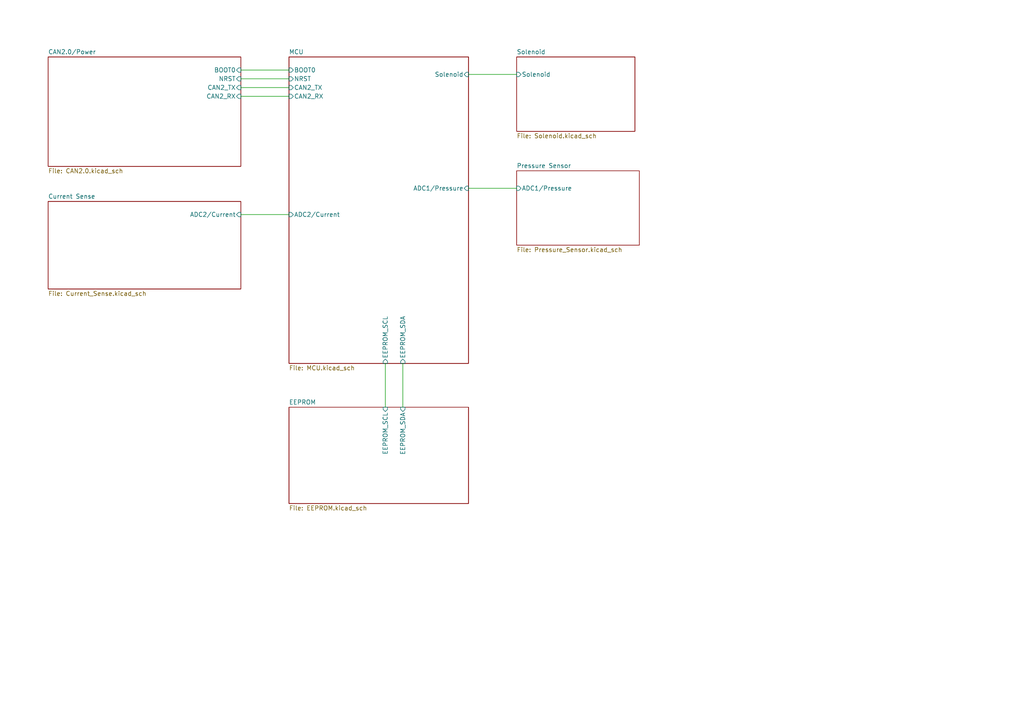
<source format=kicad_sch>
(kicad_sch
	(version 20250114)
	(generator "eeschema")
	(generator_version "9.0")
	(uuid "a6f3a972-4b98-4ef5-94a6-5eec20dfd371")
	(paper "A4")
	(lib_symbols)
	(wire
		(pts
			(xy 69.85 62.23) (xy 83.82 62.23)
		)
		(stroke
			(width 0)
			(type default)
		)
		(uuid "11b2671e-7dd3-4f25-9a1f-8e9041681299")
	)
	(wire
		(pts
			(xy 69.85 20.32) (xy 83.82 20.32)
		)
		(stroke
			(width 0)
			(type default)
		)
		(uuid "3b250a5a-e6b6-4486-b4b9-eeac9c432226")
	)
	(wire
		(pts
			(xy 69.85 27.94) (xy 83.82 27.94)
		)
		(stroke
			(width 0)
			(type default)
		)
		(uuid "3cf76cc3-57de-4924-a410-ba7072d38337")
	)
	(wire
		(pts
			(xy 111.76 105.41) (xy 111.76 118.11)
		)
		(stroke
			(width 0)
			(type default)
		)
		(uuid "67ca9bf8-0aeb-4fcf-8192-51cc9c0f767b")
	)
	(wire
		(pts
			(xy 69.85 25.4) (xy 83.82 25.4)
		)
		(stroke
			(width 0)
			(type default)
		)
		(uuid "82e8521d-07b9-40bd-82ed-3933eee79682")
	)
	(wire
		(pts
			(xy 135.89 21.59) (xy 149.86 21.59)
		)
		(stroke
			(width 0)
			(type default)
		)
		(uuid "92949dd3-b677-424a-89b4-496241b8bcb4")
	)
	(wire
		(pts
			(xy 116.84 105.41) (xy 116.84 118.11)
		)
		(stroke
			(width 0)
			(type default)
		)
		(uuid "a4f128fa-4f42-4383-8da2-5cab77bfbcb3")
	)
	(wire
		(pts
			(xy 135.89 54.61) (xy 149.86 54.61)
		)
		(stroke
			(width 0)
			(type default)
		)
		(uuid "c835a1da-36ee-42b0-b0b6-ece4ab23614c")
	)
	(wire
		(pts
			(xy 69.85 22.86) (xy 83.82 22.86)
		)
		(stroke
			(width 0)
			(type default)
		)
		(uuid "d09948f3-2af5-4605-ad43-70e34943bd2a")
	)
	(sheet
		(at 13.97 58.42)
		(size 55.88 25.4)
		(exclude_from_sim no)
		(in_bom yes)
		(on_board yes)
		(dnp no)
		(fields_autoplaced yes)
		(stroke
			(width 0.1524)
			(type solid)
		)
		(fill
			(color 0 0 0 0.0000)
		)
		(uuid "2ebcb54f-9ecb-4888-9feb-5883a77ef194")
		(property "Sheetname" "Current Sense"
			(at 13.97 57.7084 0)
			(effects
				(font
					(size 1.27 1.27)
				)
				(justify left bottom)
			)
		)
		(property "Sheetfile" "Current_Sense.kicad_sch"
			(at 13.97 84.4046 0)
			(effects
				(font
					(size 1.27 1.27)
				)
				(justify left top)
			)
		)
		(pin "ADC2{slash}Current" input
			(at 69.85 62.23 0)
			(uuid "080a8cd8-ab98-4276-91cd-cd2765d4e2ec")
			(effects
				(font
					(size 1.27 1.27)
				)
				(justify right)
			)
		)
		(instances
			(project "Cain_V1.0"
				(path "/a6f3a972-4b98-4ef5-94a6-5eec20dfd371"
					(page "7")
				)
			)
		)
	)
	(sheet
		(at 149.86 16.51)
		(size 34.29 21.59)
		(exclude_from_sim no)
		(in_bom yes)
		(on_board yes)
		(dnp no)
		(fields_autoplaced yes)
		(stroke
			(width 0.1524)
			(type solid)
		)
		(fill
			(color 0 0 0 0.0000)
		)
		(uuid "700b0411-a285-4288-9249-7ca4bfff729e")
		(property "Sheetname" "Solenoid"
			(at 149.86 15.7984 0)
			(effects
				(font
					(size 1.27 1.27)
				)
				(justify left bottom)
			)
		)
		(property "Sheetfile" "Solenoid.kicad_sch"
			(at 149.86 38.6846 0)
			(effects
				(font
					(size 1.27 1.27)
				)
				(justify left top)
			)
		)
		(pin "Solenoid" input
			(at 149.86 21.59 180)
			(uuid "ecd45fe6-2722-4144-8fb4-bca77edfcba4")
			(effects
				(font
					(size 1.27 1.27)
				)
				(justify left)
			)
		)
		(instances
			(project "Cain_V1.0"
				(path "/a6f3a972-4b98-4ef5-94a6-5eec20dfd371"
					(page "4")
				)
			)
		)
	)
	(sheet
		(at 83.82 118.11)
		(size 52.07 27.94)
		(exclude_from_sim no)
		(in_bom yes)
		(on_board yes)
		(dnp no)
		(fields_autoplaced yes)
		(stroke
			(width 0.1524)
			(type solid)
		)
		(fill
			(color 0 0 0 0.0000)
		)
		(uuid "7a41e948-753a-42e6-b4cc-adeefe44f3c2")
		(property "Sheetname" "EEPROM"
			(at 83.82 117.3984 0)
			(effects
				(font
					(size 1.27 1.27)
				)
				(justify left bottom)
			)
		)
		(property "Sheetfile" "EEPROM.kicad_sch"
			(at 83.82 146.6346 0)
			(effects
				(font
					(size 1.27 1.27)
				)
				(justify left top)
			)
		)
		(pin "EEPROM_SCL" input
			(at 111.76 118.11 90)
			(uuid "ccd00b4b-06ab-40c5-83a8-ea16305342d3")
			(effects
				(font
					(size 1.27 1.27)
				)
				(justify right)
			)
		)
		(pin "EEPROM_SDA" input
			(at 116.84 118.11 90)
			(uuid "b83283aa-007c-41f1-b127-bb67036ce159")
			(effects
				(font
					(size 1.27 1.27)
				)
				(justify right)
			)
		)
		(instances
			(project "Cain_V1.0"
				(path "/a6f3a972-4b98-4ef5-94a6-5eec20dfd371"
					(page "6")
				)
			)
		)
	)
	(sheet
		(at 83.82 16.51)
		(size 52.07 88.9)
		(exclude_from_sim no)
		(in_bom yes)
		(on_board yes)
		(dnp no)
		(fields_autoplaced yes)
		(stroke
			(width 0.1524)
			(type solid)
		)
		(fill
			(color 0 0 0 0.0000)
		)
		(uuid "8548d8a1-f30f-4404-ac5e-05de01248d12")
		(property "Sheetname" "MCU"
			(at 83.82 15.7984 0)
			(effects
				(font
					(size 1.27 1.27)
				)
				(justify left bottom)
			)
		)
		(property "Sheetfile" "MCU.kicad_sch"
			(at 83.82 105.9946 0)
			(effects
				(font
					(size 1.27 1.27)
				)
				(justify left top)
			)
		)
		(pin "BOOT0" input
			(at 83.82 20.32 180)
			(uuid "b17aa2c5-1a42-47c3-a285-60c8254ebbf5")
			(effects
				(font
					(size 1.27 1.27)
				)
				(justify left)
			)
		)
		(pin "CAN2_RX" input
			(at 83.82 27.94 180)
			(uuid "0852e7ff-2f3a-4498-9778-dd2e4669ed21")
			(effects
				(font
					(size 1.27 1.27)
				)
				(justify left)
			)
		)
		(pin "CAN2_TX" input
			(at 83.82 25.4 180)
			(uuid "01266ec4-e501-4e32-9a09-fca9a901726b")
			(effects
				(font
					(size 1.27 1.27)
				)
				(justify left)
			)
		)
		(pin "NRST" input
			(at 83.82 22.86 180)
			(uuid "f0c9b82d-0719-40e6-8305-9ed5efdf45dc")
			(effects
				(font
					(size 1.27 1.27)
				)
				(justify left)
			)
		)
		(pin "EEPROM_SCL" input
			(at 111.76 105.41 270)
			(uuid "ef7392f6-d6f4-4a07-95d3-49d0a6443a68")
			(effects
				(font
					(size 1.27 1.27)
				)
				(justify left)
			)
		)
		(pin "EEPROM_SDA" input
			(at 116.84 105.41 270)
			(uuid "44ed56b5-56ed-4dcd-9f5e-7c1cb943ea24")
			(effects
				(font
					(size 1.27 1.27)
				)
				(justify left)
			)
		)
		(pin "Solenoid" input
			(at 135.89 21.59 0)
			(uuid "99ac216f-d05e-47cc-ba7a-14a93e39afda")
			(effects
				(font
					(size 1.27 1.27)
				)
				(justify right)
			)
		)
		(pin "ADC1{slash}Pressure" input
			(at 135.89 54.61 0)
			(uuid "eb22d7c6-feb0-4c59-b264-2064187bcb8a")
			(effects
				(font
					(size 1.27 1.27)
				)
				(justify right)
			)
		)
		(pin "ADC2{slash}Current" input
			(at 83.82 62.23 180)
			(uuid "8b2598a9-64e0-4fa1-850c-fa953c7e8020")
			(effects
				(font
					(size 1.27 1.27)
				)
				(justify left)
			)
		)
		(instances
			(project "Cain_V1.0"
				(path "/a6f3a972-4b98-4ef5-94a6-5eec20dfd371"
					(page "2")
				)
			)
		)
	)
	(sheet
		(at 13.97 16.51)
		(size 55.88 31.75)
		(exclude_from_sim no)
		(in_bom yes)
		(on_board yes)
		(dnp no)
		(fields_autoplaced yes)
		(stroke
			(width 0.1524)
			(type solid)
		)
		(fill
			(color 0 0 0 0.0000)
		)
		(uuid "e71eb02e-ce08-4112-af29-c609d6e66a8e")
		(property "Sheetname" "CAN2.0/Power"
			(at 13.97 15.7984 0)
			(effects
				(font
					(size 1.27 1.27)
				)
				(justify left bottom)
			)
		)
		(property "Sheetfile" "CAN2.0.kicad_sch"
			(at 13.97 48.8446 0)
			(effects
				(font
					(size 1.27 1.27)
				)
				(justify left top)
			)
		)
		(pin "CAN2_RX" input
			(at 69.85 27.94 0)
			(uuid "204fc1ea-b930-491c-a8ec-d462edd23a59")
			(effects
				(font
					(size 1.27 1.27)
				)
				(justify right)
			)
		)
		(pin "CAN2_TX" input
			(at 69.85 25.4 0)
			(uuid "02673f41-8f52-4c01-ac72-6a488193c4d8")
			(effects
				(font
					(size 1.27 1.27)
				)
				(justify right)
			)
		)
		(pin "BOOT0" input
			(at 69.85 20.32 0)
			(uuid "e5759a11-6b06-49cf-a852-9fae7ee45ec1")
			(effects
				(font
					(size 1.27 1.27)
				)
				(justify right)
			)
		)
		(pin "NRST" input
			(at 69.85 22.86 0)
			(uuid "0a7fd43a-6b4e-4b28-b55f-6f40ba1d3470")
			(effects
				(font
					(size 1.27 1.27)
				)
				(justify right)
			)
		)
		(instances
			(project "Cain_V1.0"
				(path "/a6f3a972-4b98-4ef5-94a6-5eec20dfd371"
					(page "3")
				)
			)
		)
	)
	(sheet
		(at 149.86 49.53)
		(size 35.56 21.59)
		(exclude_from_sim no)
		(in_bom yes)
		(on_board yes)
		(dnp no)
		(fields_autoplaced yes)
		(stroke
			(width 0.1524)
			(type solid)
		)
		(fill
			(color 0 0 0 0.0000)
		)
		(uuid "f6e2cb17-1138-48eb-a773-4877d9aeee7d")
		(property "Sheetname" "Pressure Sensor"
			(at 149.86 48.8184 0)
			(effects
				(font
					(size 1.27 1.27)
				)
				(justify left bottom)
			)
		)
		(property "Sheetfile" "Pressure_Sensor.kicad_sch"
			(at 149.86 71.7046 0)
			(effects
				(font
					(size 1.27 1.27)
				)
				(justify left top)
			)
		)
		(pin "ADC1{slash}Pressure" input
			(at 149.86 54.61 180)
			(uuid "d4ca70f7-91c1-434f-b935-f1b65c6466e7")
			(effects
				(font
					(size 1.27 1.27)
				)
				(justify left)
			)
		)
		(instances
			(project "Cain_V1.0"
				(path "/a6f3a972-4b98-4ef5-94a6-5eec20dfd371"
					(page "5")
				)
			)
		)
	)
	(sheet_instances
		(path "/"
			(page "1")
		)
	)
	(embedded_fonts no)
)

</source>
